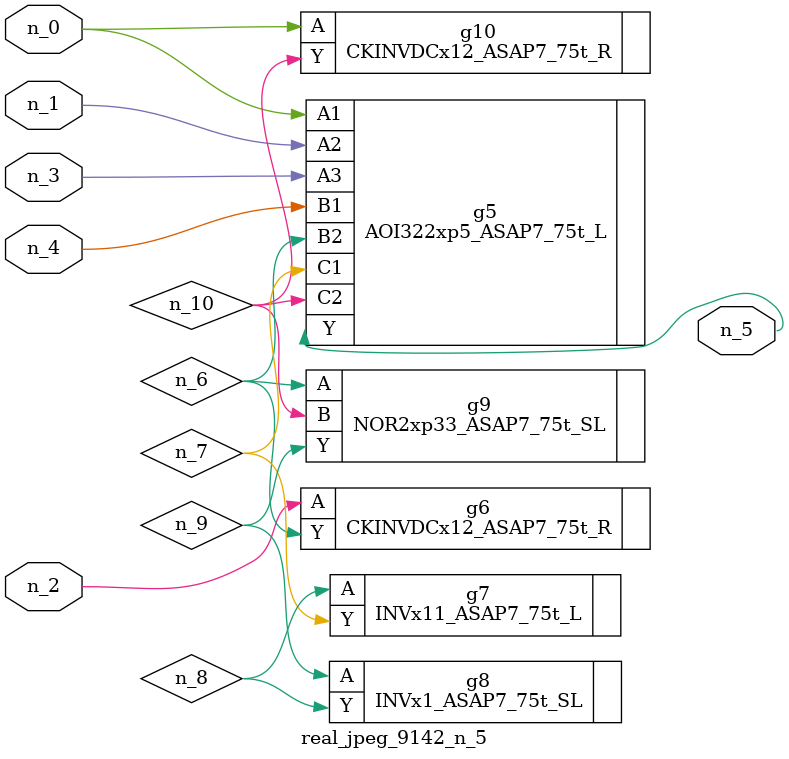
<source format=v>
module real_jpeg_9142_n_5 (n_4, n_0, n_1, n_2, n_3, n_5);

input n_4;
input n_0;
input n_1;
input n_2;
input n_3;

output n_5;

wire n_8;
wire n_6;
wire n_7;
wire n_10;
wire n_9;

AOI322xp5_ASAP7_75t_L g5 ( 
.A1(n_0),
.A2(n_1),
.A3(n_3),
.B1(n_4),
.B2(n_6),
.C1(n_7),
.C2(n_10),
.Y(n_5)
);

CKINVDCx12_ASAP7_75t_R g10 ( 
.A(n_0),
.Y(n_10)
);

CKINVDCx12_ASAP7_75t_R g6 ( 
.A(n_2),
.Y(n_6)
);

NOR2xp33_ASAP7_75t_SL g9 ( 
.A(n_6),
.B(n_10),
.Y(n_9)
);

INVx11_ASAP7_75t_L g7 ( 
.A(n_8),
.Y(n_7)
);

INVx1_ASAP7_75t_SL g8 ( 
.A(n_9),
.Y(n_8)
);


endmodule
</source>
